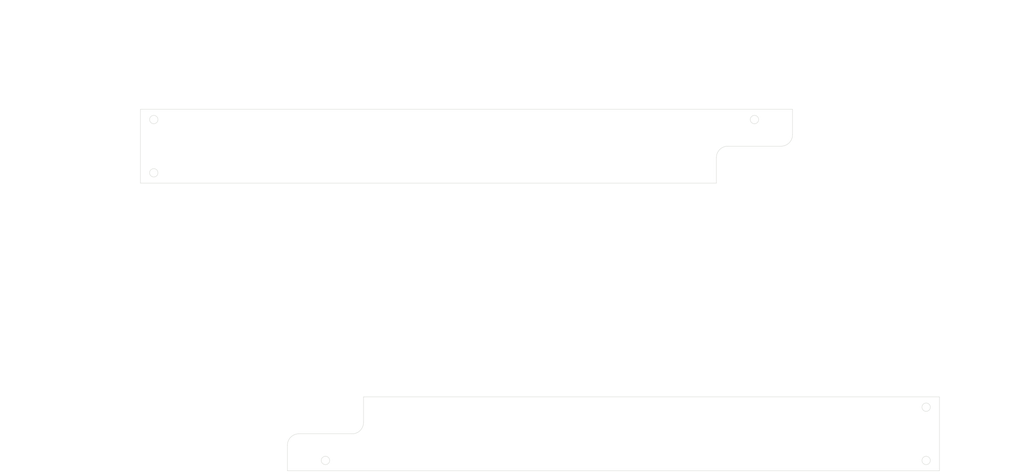
<source format=kicad_pcb>
(kicad_pcb (version 20221018) (generator pcbnew)

  (general
    (thickness 1.6)
  )

  (paper "A4")
  (title_block
    (title "GL516 Separated Back plate Dimensional drawing")
    (date "2022-01-03")
  )

  (layers
    (0 "F.Cu" signal)
    (31 "B.Cu" signal)
    (32 "B.Adhes" user "B.Adhesive")
    (33 "F.Adhes" user "F.Adhesive")
    (34 "B.Paste" user)
    (35 "F.Paste" user)
    (36 "B.SilkS" user "B.Silkscreen")
    (37 "F.SilkS" user "F.Silkscreen")
    (38 "B.Mask" user)
    (39 "F.Mask" user)
    (40 "Dwgs.User" user "User.Drawings")
    (41 "Cmts.User" user "User.Comments")
    (42 "Eco1.User" user "User.Eco1")
    (43 "Eco2.User" user "User.Eco2")
    (44 "Edge.Cuts" user)
    (45 "Margin" user)
    (46 "B.CrtYd" user "B.Courtyard")
    (47 "F.CrtYd" user "F.Courtyard")
    (48 "B.Fab" user)
    (49 "F.Fab" user)
  )

  (setup
    (pad_to_mask_clearance 0)
    (pcbplotparams
      (layerselection 0x00010f0_ffffffff)
      (plot_on_all_layers_selection 0x0000000_00000000)
      (disableapertmacros false)
      (usegerberextensions true)
      (usegerberattributes false)
      (usegerberadvancedattributes false)
      (creategerberjobfile false)
      (dashed_line_dash_ratio 12.000000)
      (dashed_line_gap_ratio 3.000000)
      (svgprecision 4)
      (plotframeref false)
      (viasonmask false)
      (mode 1)
      (useauxorigin false)
      (hpglpennumber 1)
      (hpglpenspeed 20)
      (hpglpendiameter 15.000000)
      (dxfpolygonmode true)
      (dxfimperialunits true)
      (dxfusepcbnewfont true)
      (psnegative false)
      (psa4output false)
      (plotreference true)
      (plotvalue true)
      (plotinvisibletext false)
      (sketchpadsonfab false)
      (subtractmaskfromsilk false)
      (outputformat 1)
      (mirror false)
      (drillshape 0)
      (scaleselection 1)
      (outputdirectory "../../../../../../../自作キーボード/発注/20210621/GL516_Bla/")
    )
  )

  (net 0 "")

  (gr_line (start 35 79.4) (end 20 79.4)
    (stroke (width 0.15) (type solid)) (layer "Eco1.User") (tstamp 378acad7-7574-4cad-9d4e-ad402c620b09))
  (gr_line (start 226.375 79.4) (end 197.253359 60.578359)
    (stroke (width 0.15) (type solid)) (layer "Eco1.User") (tstamp 41dfb3f2-3926-4c2e-84a8-44e62e122dfc))
  (gr_line (start 226.375 79.4) (end 238.375 79.4)
    (stroke (width 0.15) (type solid)) (layer "Eco1.User") (tstamp aa8eb98e-74c9-4103-985c-5fa396581753))
  (gr_line (start 47.722065 67.477935) (end 35 79.4)
    (stroke (width 0.15) (type solid)) (layer "Eco1.User") (tstamp f16051e2-31cb-40a3-8def-7a02a26524f9))
  (gr_line (start 45 50) (end 216.375 50)
    (stroke (width 0.1) (type solid)) (layer "Edge.Cuts") (tstamp 00000000-0000-0000-0000-0000605227a5))
  (gr_circle (center 48.5 52.7) (end 49.6 52.7)
    (stroke (width 0.1) (type solid)) (fill none) (layer "Edge.Cuts") (tstamp 00000000-0000-0000-0000-000061d12f2e))
  (gr_circle (center 206.375 52.7) (end 207.475 52.7)
    (stroke (width 0.1) (type solid)) (fill none) (layer "Edge.Cuts") (tstamp 00000000-0000-0000-0000-000061d12f46))
  (gr_line (start 83.625 138.3) (end 83.625 145)
    (stroke (width 0.1) (type solid)) (layer "Edge.Cuts") (tstamp 00000000-0000-0000-0000-000061d2ed4c))
  (gr_circle (center 93.625 142.3) (end 92.525 142.3)
    (stroke (width 0.1) (type solid)) (fill none) (layer "Edge.Cuts") (tstamp 00000000-0000-0000-0000-000061d2ed4d))
  (gr_arc (start 103.625 132.3) (mid 102.74632 134.42132) (end 100.625 135.3)
    (stroke (width 0.1) (type solid)) (layer "Edge.Cuts") (tstamp 00000000-0000-0000-0000-000061d2ed4e))
  (gr_line (start 255 125.6) (end 103.625 125.6)
    (stroke (width 0.1) (type solid)) (layer "Edge.Cuts") (tstamp 00000000-0000-0000-0000-000061d2ed4f))
  (gr_circle (center 251.5 128.3) (end 250.4 128.3)
    (stroke (width 0.1) (type solid)) (fill none) (layer "Edge.Cuts") (tstamp 00000000-0000-0000-0000-000061d2ed50))
  (gr_line (start 255 145) (end 83.625 145)
    (stroke (width 0.1) (type solid)) (layer "Edge.Cuts") (tstamp 00000000-0000-0000-0000-000061d2ed51))
  (gr_arc (start 83.625 138.3) (mid 84.50368 136.17868) (end 86.625 135.3)
    (stroke (width 0.1) (type solid)) (layer "Edge.Cuts") (tstamp 00000000-0000-0000-0000-000061d2ed52))
  (gr_circle (center 251.5 142.3) (end 250.4 142.3)
    (stroke (width 0.1) (type solid)) (fill none) (layer "Edge.Cuts") (tstamp 00000000-0000-0000-0000-000061d2ed53))
  (gr_line (start 255 145) (end 255 125.6)
    (stroke (width 0.1) (type solid)) (layer "Edge.Cuts") (tstamp 00000000-0000-0000-0000-000061d2ed54))
  (gr_line (start 100.625 135.3) (end 86.625 135.3)
    (stroke (width 0.1) (type solid)) (layer "Edge.Cuts") (tstamp 00000000-0000-0000-0000-000061d2ed55))
  (gr_line (start 103.625 125.6) (end 103.625 132.3)
    (stroke (width 0.1) (type solid)) (layer "Edge.Cuts") (tstamp 00000000-0000-0000-0000-000061d2ed56))
  (gr_line (start 196.375 69.4) (end 196.375 62.7)
    (stroke (width 0.1) (type solid)) (layer "Edge.Cuts") (tstamp 112b1116-573c-4ba5-b55a-4332ab88c306))
  (gr_line (start 199.375 59.7) (end 213.375 59.7)
    (stroke (width 0.1) (type solid)) (layer "Edge.Cuts") (tstamp 379ba66c-149b-4ab3-8948-6240b1f47339))
  (gr_circle (center 48.5 66.7) (end 49.6 66.7)
    (stroke (width 0.1) (type solid)) (fill none) (layer "Edge.Cuts") (tstamp 80f59818-db9c-42d4-b817-f771654d0d2d))
  (gr_line (start 45 50) (end 45 69.4)
    (stroke (width 0.1) (type solid)) (layer "Edge.Cuts") (tstamp b5861781-2797-4783-b8fd-e1bd7644c438))
  (gr_arc (start 216.375 56.7) (mid 215.49632 58.82132) (end 213.375 59.7)
    (stroke (width 0.1) (type solid)) (layer "Edge.Cuts") (tstamp db2f6eff-b54c-4e07-b260-f7740455adf6))
  (gr_arc (start 196.375 62.7) (mid 197.25368 60.57868) (end 199.375 59.7)
    (stroke (width 0.1) (type solid)) (layer "Edge.Cuts") (tstamp e73317ec-498c-491d-be09-fa91ef034bac))
  (gr_line (start 216.375 56.7) (end 216.375 50)
    (stroke (width 0.1) (type solid)) (layer "Edge.Cuts") (tstamp f9398ac7-7b32-485d-addb-4ad9273a280b))
  (gr_line (start 45 69.4) (end 196.375 69.4)
    (stroke (width 0.1) (type solid)) (layer "Edge.Cuts") (tstamp ff5469fd-6ea6-4f3f-8ce3-b1665f92dea7))
  (gr_line (start 92.4 68.6) (end 56.6 68.6)
    (stroke (width 0.05) (type solid)) (layer "F.CrtYd") (tstamp 00000000-0000-0000-0000-000061d2ab2b))
  (gr_arc (start 93.4 67.6) (mid 93.107107 68.307107) (end 92.4 68.6)
    (stroke (width 0.05) (type solid)) (layer "F.CrtYd") (tstamp 00000000-0000-0000-0000-000061d2ab2c))
  (gr_arc (start 93.4 67.6) (mid 93.692893 66.892893) (end 94.4 66.6)
    (stroke (width 0.05) (type solid)) (layer "F.CrtYd") (tstamp 00000000-0000-0000-0000-000061d2ab2e))
  (gr_line (start 193.575 66.6) (end 94.4 66.6)
    (stroke (width 0.05) (type solid)) (layer "F.CrtYd") (tstamp 00000000-0000-0000-0000-000061d2ab2f))
  (gr_line (start 56.6 52.8) (end 193.575 52.8)
    (stroke (width 0.05) (type solid)) (layer "F.CrtYd") (tstamp 00000000-0000-0000-0000-000061d2ab30))
  (gr_line (start 53.6 65.6) (end 53.6 55.8)
    (stroke (width 0.05) (type solid)) (layer "F.CrtYd") (tstamp 00000000-0000-0000-0000-000061d2ab31))
  (gr_arc (start 53.6 55.8) (mid 54.47868 53.67868) (end 56.6 52.8)
    (stroke (width 0.05) (type solid)) (layer "F.CrtYd") (tstamp 00000000-0000-0000-0000-000061d2ab33))
  (gr_arc (start 56.6 68.6) (mid 54.47868 67.72132) (end 53.6 65.6)
    (stroke (width 0.05) (type solid)) (layer "F.CrtYd") (tstamp 00000000-0000-0000-0000-000061d2ab34))
  (gr_arc (start 205.6 142.2) (mid 206.307107 142.492893) (end 206.6 143.2)
    (stroke (width 0.05) (type solid)) (layer "F.CrtYd") (tstamp 00000000-0000-0000-0000-000061d2b5f0))
  (gr_arc (start 207.6 144.2) (mid 206.892893 143.907107) (end 206.6 143.2)
    (stroke (width 0.05) (type solid)) (layer "F.CrtYd") (tstamp 00000000-0000-0000-0000-000061d2b5f1))
  (gr_line (start 207.6 144.2) (end 243.4 144.2)
    (stroke (width 0.05) (type solid)) (layer "F.CrtYd") (tstamp 00000000-0000-0000-0000-000061d2b5f2))
  (gr_line (start 246.4 131.4) (end 246.4 141.2)
    (stroke (width 0.05) (type solid)) (layer "F.CrtYd") (tstamp 00000000-0000-0000-0000-000061d2b5f3))
  (gr_arc (start 246.4 141.2) (mid 245.52132 143.32132) (end 243.4 144.2)
    (stroke (width 0.05) (type solid)) (layer "F.CrtYd") (tstamp 00000000-0000-0000-0000-000061d2b5f4))
  (gr_line (start 243.4 128.4) (end 106.425 128.4)
    (stroke (width 0.05) (type solid)) (layer "F.CrtYd") (tstamp 00000000-0000-0000-0000-000061d2b5f5))
  (gr_line (start 205.6 142.2) (end 106.425 142.2)
    (stroke (width 0.05) (type solid)) (layer "F.CrtYd") (tstamp 00000000-0000-0000-0000-000061d2b5f6))
  (gr_arc (start 243.4 128.4) (mid 245.52132 129.27868) (end 246.4 131.4)
    (stroke (width 0.05) (type solid)) (layer "F.CrtYd") (tstamp 00000000-0000-0000-0000-000061d2b5f7))
  (gr_line (start 193.575 52.8) (end 193.575 66.6)
    (stroke (width 0.05) (type solid)) (layer "F.CrtYd") (tstamp 86b86701-bb0b-4d64-b35f-71c9985bb7d9))
  (gr_line (start 106.425 128.4) (end 106.425 142.2)
    (stroke (width 0.05) (type solid)) (layer "F.CrtYd") (tstamp e553b2d6-5cfd-445e-bdf8-fa1643b06237))
  (gr_text "3-Φ2.2" (at 34 77.9) (layer "Eco1.User") (tstamp 1e3e8a23-07ef-4204-b4ce-e81373779658)
    (effects (font (size 2 2) (thickness 0.2)) (justify right))
  )
  (gr_text "2-R3" (at 227.375 77.9) (layer "Eco1.User") (tstamp 7defde27-5fc9-4d7c-83aa-955832454c0c)
    (effects (font (size 2 2) (thickness 0.2)) (justify left))
  )
  (dimension (type aligned) (layer "Eco1.User") (tstamp 01863a1a-5c72-449c-a2fb-490633cc6603)
    (pts (xy 193.575 65.6) (xy 53.6 65.6))
    (height -13.8)
    (gr_text "139.9750 mm" (at 123.5875 77.2) (layer "Eco1.User") (tstamp 01863a1a-5c72-449c-a2fb-490633cc6603)
      (effects (font (size 2 2) (thickness 0.2)))
    )
    (format (prefix "") (suffix "") (units 2) (units_format 1) (precision 4))
    (style (thickness 0.15) (arrow_length 1.27) (text_position_mode 0) (extension_height 0.58642) (extension_offset 0) keep_text_aligned)
  )
  (dimension (type aligned) (layer "Eco1.User") (tstamp 0a0552a8-c754-4e4c-bf18-532b9cfbaebe)
    (pts (xy 207.6 142.2) (xy 207.6 144.2))
    (height 128.975)
    (gr_text "2.0000 mm" (at 76.425 143.2 90) (layer "Eco1.User") (tstamp 0a0552a8-c754-4e4c-bf18-532b9cfbaebe)
      (effects (font (size 2 2) (thickness 0.2)) (justify right))
    )
    (format (prefix "") (suffix "") (units 2) (units_format 1) (precision 4))
    (style (thickness 0.15) (arrow_length 1.27) (text_position_mode 0) (extension_height 0.58642) (extension_offset 0) keep_text_aligned)
  )
  (dimension (type aligned) (layer "Eco1.User") (tstamp 11989775-f6ef-4e0d-a503-3530a1cfc06e)
    (pts (xy 45 50) (xy 45 69.4))
    (height 25)
    (gr_text "19.4000 mm" (at 17.8 59.7 90) (layer "Eco1.User") (tstamp 11989775-f6ef-4e0d-a503-3530a1cfc06e)
      (effects (font (size 2 2) (thickness 0.2)))
    )
    (format (prefix "") (suffix "") (units 2) (units_format 1) (precision 4))
    (style (thickness 0.15) (arrow_length 1.27) (text_position_mode 0) (extension_height 0.58642) (extension_offset 0) keep_text_aligned)
  )
  (dimension (type aligned) (layer "Eco1.User") (tstamp 265ebbd6-9674-4dbb-88d2-28f3e29cbc68)
    (pts (xy 196.375 66.6) (xy 193.575 66.6))
    (height -7.8)
    (gr_text "2.8000 mm" (at 194.975 72.2) (layer "Eco1.User") (tstamp 265ebbd6-9674-4dbb-88d2-28f3e29cbc68)
      (effects (font (size 2 2) (thickness 0.2)) (justify right))
    )
    (format (prefix "") (suffix "") (units 2) (units_format 1) (precision 4))
    (style (thickness 0.15) (arrow_length 1.27) (text_position_mode 0) (extension_height 0.58642) (extension_offset 0) keep_text_aligned)
  )
  (dimension (type aligned) (layer "Eco1.User") (tstamp 2a008ae4-3204-45d9-8833-c42a184d0921)
    (pts (xy 196.375 56.7) (xy 216.375 56.7))
    (height 37.7)
    (gr_text "20.0000 mm" (at 206.375 92.2) (layer "Eco1.User") (tstamp 2a008ae4-3204-45d9-8833-c42a184d0921)
      (effects (font (size 2 2) (thickness 0.2)))
    )
    (format (prefix "") (suffix "") (units 2) (units_format 1) (precision 4))
    (style (thickness 0.15) (arrow_length 1.27) (text_position_mode 0) (extension_height 0.58642) (extension_offset 0) keep_text_aligned)
  )
  (dimension (type aligned) (layer "Eco1.User") (tstamp 335c7c1a-04b9-431d-8e5e-25ebf07465e6)
    (pts (xy 243.4 145) (xy 243.4 144.2))
    (height 16.6)
    (gr_text "0.8000 mm" (at 257.8 144.6 90) (layer "Eco1.User") (tstamp 335c7c1a-04b9-431d-8e5e-25ebf07465e6)
      (effects (font (size 2 2) (thickness 0.2)) (justify left))
    )
    (format (prefix "") (suffix "") (units 2) (units_format 1) (precision 4))
    (style (thickness 0.15) (arrow_length 1.27) (text_position_mode 0) (extension_height 0.58642) (extension_offset 0) keep_text_aligned)
  )
  (dimension (type aligned) (layer "Eco1.User") (tstamp 3526f380-ccca-413b-b562-db38e1e50210)
    (pts (xy 216.375 52.7) (xy 206.375 52.7))
    (height 7.7)
    (gr_text "10.0000 mm" (at 211.375 42.8) (layer "Eco1.User") (tstamp 3526f380-ccca-413b-b562-db38e1e50210)
      (effects (font (size 2 2) (thickness 0.2)) (justify right))
    )
    (format (prefix "") (suffix "") (units 2) (units_format 1) (precision 4))
    (style (thickness 0.15) (arrow_length 1.27) (text_position_mode 0) (extension_height 0.58642) (extension_offset 0) keep_text_aligned)
  )
  (dimension (type aligned) (layer "Eco1.User") (tstamp 405a488c-db53-4e97-88c0-b70d26e809fb)
    (pts (xy 216.375 50) (xy 45 50))
    (height 25)
    (gr_text "171.3750 mm" (at 130.6875 22.8) (layer "Eco1.User") (tstamp 405a488c-db53-4e97-88c0-b70d26e809fb)
      (effects (font (size 2 2) (thickness 0.2)))
    )
    (format (prefix "") (suffix "") (units 2) (units_format 1) (precision 4))
    (style (thickness 0.15) (arrow_length 1.27) (text_position_mode 0) (extension_height 0.58642) (extension_offset 0) keep_text_aligned)
  )
  (dimension (type aligned) (layer "Eco1.User") (tstamp 4253a326-65cd-4844-a7fb-4262ca51b76d)
    (pts (xy 243.4 144.2) (xy 243.4 128.4))
    (height 16.6)
    (gr_text "15.8000 mm" (at 257.8 136.3 90) (layer "Eco1.User") (tstamp 4253a326-65cd-4844-a7fb-4262ca51b76d)
      (effects (font (size 2 2) (thickness 0.2)) (justify left))
    )
    (format (prefix "") (suffix "") (units 2) (units_format 1) (precision 4))
    (style (thickness 0.15) (arrow_length 1.27) (text_position_mode 0) (extension_height 0.58642) (extension_offset 0) keep_text_aligned)
  )
  (dimension (type aligned) (layer "Eco1.User") (tstamp 495c56f0-3bcc-412b-ad4c-f1a2d936c2ba)
    (pts (xy 106.425 128.4) (xy 106.425 142.2))
    (height 27.8)
    (gr_text "13.8000 mm" (at 76.425 135.3 90) (layer "Eco1.User") (tstamp 495c56f0-3bcc-412b-ad4c-f1a2d936c2ba)
      (effects (font (size 2 2) (thickness 0.2)) (justify right))
    )
    (format (prefix "") (suffix "") (units 2) (units_format 1) (precision 4))
    (style (thickness 0.15) (arrow_length 1.27) (text_position_mode 0) (extension_height 0.58642) (extension_offset 0) keep_text_aligned)
  )
  (dimension (type aligned) (layer "Eco1.User") (tstamp 4df0bdc7-88af-41a6-81e7-9004975e02fd)
    (pts (xy 48.5 52.7) (xy 48.5 66.7))
    (height 8.5)
    (gr_text "14.0000 mm" (at 37.8 59.7 90) (layer "Eco1.User") (tstamp 4df0bdc7-88af-41a6-81e7-9004975e02fd)
      (effects (font (size 2 2) (thickness 0.2)) (justify right))
    )
    (format (prefix "") (suffix "") (units 2) (units_format 1) (precision 4))
    (style (thickness 0.15) (arrow_length 1.27) (text_position_mode 0) (extension_height 0.58642) (extension_offset 0) keep_text_aligned)
  )
  (dimension (type aligned) (layer "Eco1.User") (tstamp 65d794b9-6f85-44dc-9b25-6c36ec9073dc)
    (pts (xy 206.375 52.7) (xy 48.5 52.7))
    (height 7.7)
    (gr_text "157.8750 mm" (at 127.4375 42.8) (layer "Eco1.User") (tstamp 65d794b9-6f85-44dc-9b25-6c36ec9073dc)
      (effects (font (size 2 2) (thickness 0.2)))
    )
    (format (prefix "") (suffix "") (units 2) (units_format 1) (precision 4))
    (style (thickness 0.15) (arrow_length 1.27) (text_position_mode 0) (extension_height 0.58642) (extension_offset 0) keep_text_aligned)
  )
  (dimension (type aligned) (layer "Eco1.User") (tstamp 6a50c6ee-6630-4f93-94fc-2ccfca0a503b)
    (pts (xy 93.4 65.6) (xy 53.6 65.6))
    (height -8.8)
    (gr_text "39.8000 mm" (at 73.5 72.2) (layer "Eco1.User") (tstamp 6a50c6ee-6630-4f93-94fc-2ccfca0a503b)
      (effects (font (size 2 2) (thickness 0.2)))
    )
    (format (prefix "") (suffix "") (units 2) (units_format 1) (precision 4))
    (style (thickness 0.15) (arrow_length 1.27) (text_position_mode 0) (extension_height 0.58642) (extension_offset 0) keep_text_aligned)
  )
  (dimension (type aligned) (layer "Eco1.User") (tstamp 788fa75b-04f8-4f01-b3fe-ba7a422cb06b)
    (pts (xy 48.5 50) (xy 48.5 52.7))
    (height 8.5)
    (gr_text "2.7000 mm" (at 37.8 51.35 90) (layer "Eco1.User") (tstamp 788fa75b-04f8-4f01-b3fe-ba7a422cb06b)
      (effects (font (size 2 2) (thickness 0.2)) (justify right))
    )
    (format (prefix "") (suffix "") (units 2) (units_format 1) (precision 4))
    (style (thickness 0.15) (arrow_length 1.27) (text_position_mode 0) (extension_height 0.58642) (extension_offset 0) keep_text_aligned)
  )
  (dimension (type aligned) (layer "Eco1.User") (tstamp 805ed549-a88e-4622-a8a0-875ea1767466)
    (pts (xy 45 52.7) (xy 48.5 52.7))
    (height -7.7)
    (gr_text "3.5000 mm" (at 46.75 42.8) (layer "Eco1.User") (tstamp 805ed549-a88e-4622-a8a0-875ea1767466)
      (effects (font (size 2 2) (thickness 0.2)) (justify right))
    )
    (format (prefix "") (suffix "") (units 2) (units_format 1) (precision 4))
    (style (thickness 0.15) (arrow_length 1.27) (text_position_mode 0) (extension_height 0.58642) (extension_offset 0) keep_text_aligned)
  )
  (dimension (type aligned) (layer "Eco1.User") (tstamp 84599675-17ae-47f9-a1c0-6f8e2aab1cc6)
    (pts (xy 45 65.6) (xy 53.6 65.6))
    (height 8.8)
    (gr_text "8.6000 mm" (at 49.3 72.2) (layer "Eco1.User") (tstamp 84599675-17ae-47f9-a1c0-6f8e2aab1cc6)
      (effects (font (size 2 2) (thickness 0.2)) (justify right))
    )
    (format (prefix "") (suffix "") (units 2) (units_format 1) (precision 4))
    (style (thickness 0.15) (arrow_length 1.27) (text_position_mode 0) (extension_height 0.58642) (extension_offset 0) keep_text_aligned)
  )
  (dimension (type aligned) (layer "Eco1.User") (tstamp b7be9a6a-1618-40cd-b12b-160b5d76bcf4)
    (pts (xy 48.5 69.4) (xy 48.5 66.7))
    (height -8.5)
    (gr_text "2.7000 mm" (at 37.8 68.05 90) (layer "Eco1.User") (tstamp b7be9a6a-1618-40cd-b12b-160b5d76bcf4)
      (effects (font (size 2 2) (thickness 0.2)) (justify right))
    )
    (format (prefix "") (suffix "") (units 2) (units_format 1) (precision 4))
    (style (thickness 0.15) (arrow_length 1.27) (text_position_mode 0) (extension_height 0.58642) (extension_offset 0) keep_text_aligned)
  )
  (dimension (type aligned) (layer "Eco1.User") (tstamp b8d5bb77-981a-4a7f-b815-9ce8a3660584)
    (pts (xy 196.375 69.4) (xy 45 69.4))
    (height -25)
    (gr_text "151.3750 mm" (at 120.6875 92.2) (layer "Eco1.User") (tstamp b8d5bb77-981a-4a7f-b815-9ce8a3660584)
      (effects (font (size 2 2) (thickness 0.2)))
    )
    (format (prefix "") (suffix "") (units 2) (units_format 1) (precision 4))
    (style (thickness 0.15) (arrow_length 1.27) (text_position_mode 0) (extension_height 0.58642) (extension_offset 0) keep_text_aligned)
  )
  (dimension (type aligned) (layer "Eco1.User") (tstamp bd612be2-fcf9-4a67-8b75-44add2ccfbeb)
    (pts (xy 196.375 59.7) (xy 196.375 69.4))
    (height -25)
    (gr_text "9.7000 mm" (at 219.175 64.55 90) (layer "Eco1.User") (tstamp bd612be2-fcf9-4a67-8b75-44add2ccfbeb)
      (effects (font (size 2 2) (thickness 0.2)) (justify left))
    )
    (format (prefix "") (suffix "") (units 2) (units_format 1) (precision 4))
    (style (thickness 0.15) (arrow_length 1.27) (text_position_mode 0) (extension_height 0.58642) (extension_offset 0) keep_text_aligned)
  )
  (dimension (type aligned) (layer "Eco1.User") (tstamp cfb5828c-838e-4bdb-828b-2fdf25f324d8)
    (pts (xy 216.375 59.7) (xy 216.375 50))
    (height 5)
    (gr_text "9.7000 mm" (at 219.175 54.85 90) (layer "Eco1.User") (tstamp cfb5828c-838e-4bdb-828b-2fdf25f324d8)
      (effects (font (size 2 2) (thickness 0.2)) (justify left))
    )
    (format (prefix "") (suffix "") (units 2) (units_format 1) (precision 4))
    (style (thickness 0.15) (arrow_length 1.27) (text_position_mode 0) (extension_height 0.58642) (extension_offset 0) keep_text_aligned)
  )
  (dimension (type aligned) (layer "Eco1.User") (tstamp d2a85249-aed5-44ed-a98c-226c9f509245)
    (pts (xy 243.4 125.6) (xy 243.4 128.4))
    (height -16.6)
    (gr_text "2.8000 mm" (at 257.8 127 90) (layer "Eco1.User") (tstamp d2a85249-aed5-44ed-a98c-226c9f509245)
      (effects (font (size 2 2) (thickness 0.2)) (justify left))
    )
    (format (prefix "") (suffix "") (units 2) (units_format 1) (precision 4))
    (style (thickness 0.15) (arrow_length 1.27) (text_position_mode 0) (extension_height 0.58642) (extension_offset 0) keep_text_aligned)
  )
  (dimension (type aligned) (layer "Eco1.User") (tstamp fcd940fa-ce8c-4a03-a3b6-aa668aa2e460)
    (pts (xy 93.4 66.6) (xy 193.575 66.6))
    (height 7.8)
    (gr_text "100.1750 mm" (at 143.4875 72.2) (layer "Eco1.User") (tstamp fcd940fa-ce8c-4a03-a3b6-aa668aa2e460)
      (effects (font (size 2 2) (thickness 0.2)))
    )
    (format (prefix "") (suffix "") (units 2) (units_format 1) (precision 4))
    (style (thickness 0.15) (arrow_length 1.27) (text_position_mode 0) (extension_height 0.58642) (extension_offset 0) keep_text_aligned)
  )

)

</source>
